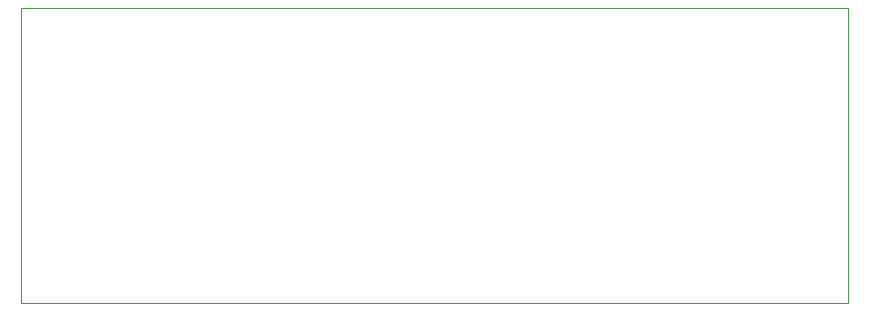
<source format=gbr>
%TF.GenerationSoftware,KiCad,Pcbnew,(6.0.7-1)-1*%
%TF.CreationDate,2022-09-19T13:49:17+02:00*%
%TF.ProjectId,nlpgen,6e6c7067-656e-42e6-9b69-6361645f7063,rev?*%
%TF.SameCoordinates,PX81b3200PY53ec600*%
%TF.FileFunction,Profile,NP*%
%FSLAX46Y46*%
G04 Gerber Fmt 4.6, Leading zero omitted, Abs format (unit mm)*
G04 Created by KiCad (PCBNEW (6.0.7-1)-1) date 2022-09-19 13:49:17*
%MOMM*%
%LPD*%
G01*
G04 APERTURE LIST*
%TA.AperFunction,Profile*%
%ADD10C,0.100000*%
%TD*%
G04 APERTURE END LIST*
D10*
X0Y0D02*
X70000000Y0D01*
X70000000Y0D02*
X70000000Y25000000D01*
X70000000Y25000000D02*
X0Y25000000D01*
X0Y25000000D02*
X0Y0D01*
M02*

</source>
